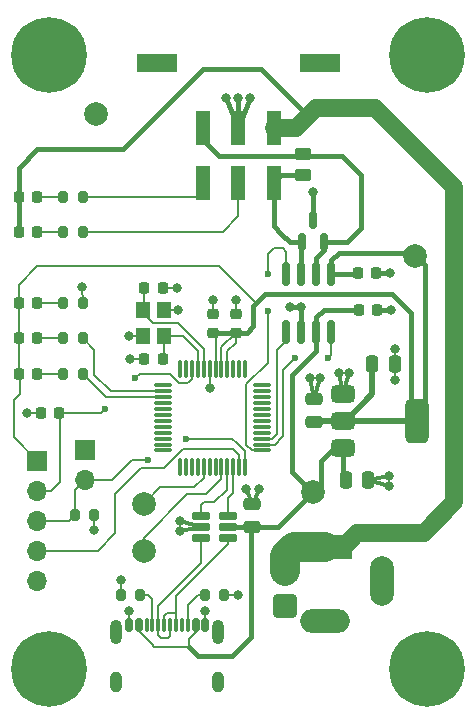
<source format=gbr>
%TF.GenerationSoftware,KiCad,Pcbnew,9.0.0*%
%TF.CreationDate,2025-03-02T18:09:01-08:00*%
%TF.ProjectId,CFS-Bus Adapter R1,4346532d-4275-4732-9041-646170746572,rev?*%
%TF.SameCoordinates,Original*%
%TF.FileFunction,Copper,L1,Top*%
%TF.FilePolarity,Positive*%
%FSLAX46Y46*%
G04 Gerber Fmt 4.6, Leading zero omitted, Abs format (unit mm)*
G04 Created by KiCad (PCBNEW 9.0.0) date 2025-03-02 18:09:01*
%MOMM*%
%LPD*%
G01*
G04 APERTURE LIST*
G04 Aperture macros list*
%AMRoundRect*
0 Rectangle with rounded corners*
0 $1 Rounding radius*
0 $2 $3 $4 $5 $6 $7 $8 $9 X,Y pos of 4 corners*
0 Add a 4 corners polygon primitive as box body*
4,1,4,$2,$3,$4,$5,$6,$7,$8,$9,$2,$3,0*
0 Add four circle primitives for the rounded corners*
1,1,$1+$1,$2,$3*
1,1,$1+$1,$4,$5*
1,1,$1+$1,$6,$7*
1,1,$1+$1,$8,$9*
0 Add four rect primitives between the rounded corners*
20,1,$1+$1,$2,$3,$4,$5,0*
20,1,$1+$1,$4,$5,$6,$7,0*
20,1,$1+$1,$6,$7,$8,$9,0*
20,1,$1+$1,$8,$9,$2,$3,0*%
G04 Aperture macros list end*
%TA.AperFunction,SMDPad,CuDef*%
%ADD10RoundRect,0.375000X-0.625000X-0.375000X0.625000X-0.375000X0.625000X0.375000X-0.625000X0.375000X0*%
%TD*%
%TA.AperFunction,SMDPad,CuDef*%
%ADD11RoundRect,0.500000X-0.500000X-1.400000X0.500000X-1.400000X0.500000X1.400000X-0.500000X1.400000X0*%
%TD*%
%TA.AperFunction,SMDPad,CuDef*%
%ADD12RoundRect,0.250000X0.475000X-0.250000X0.475000X0.250000X-0.475000X0.250000X-0.475000X-0.250000X0*%
%TD*%
%TA.AperFunction,ComponentPad*%
%ADD13C,0.800000*%
%TD*%
%TA.AperFunction,ComponentPad*%
%ADD14C,6.400000*%
%TD*%
%TA.AperFunction,SMDPad,CuDef*%
%ADD15R,1.270000X2.920000*%
%TD*%
%TA.AperFunction,SMDPad,CuDef*%
%ADD16R,3.430000X1.650000*%
%TD*%
%TA.AperFunction,ComponentPad*%
%ADD17R,1.700000X1.700000*%
%TD*%
%TA.AperFunction,ComponentPad*%
%ADD18O,1.700000X1.700000*%
%TD*%
%TA.AperFunction,ComponentPad*%
%ADD19R,4.600000X2.000000*%
%TD*%
%TA.AperFunction,ComponentPad*%
%ADD20O,4.200000X2.000000*%
%TD*%
%TA.AperFunction,ComponentPad*%
%ADD21O,2.000000X4.200000*%
%TD*%
%TA.AperFunction,ComponentPad*%
%ADD22RoundRect,0.333334X0.666666X0.666666X-0.666666X0.666666X-0.666666X-0.666666X0.666666X-0.666666X0*%
%TD*%
%TA.AperFunction,ComponentPad*%
%ADD23C,2.000000*%
%TD*%
%TA.AperFunction,SMDPad,CuDef*%
%ADD24RoundRect,0.250000X0.450000X-0.262500X0.450000X0.262500X-0.450000X0.262500X-0.450000X-0.262500X0*%
%TD*%
%TA.AperFunction,HeatsinkPad*%
%ADD25O,1.000000X1.800000*%
%TD*%
%TA.AperFunction,HeatsinkPad*%
%ADD26O,1.000000X2.100000*%
%TD*%
%TA.AperFunction,SMDPad,CuDef*%
%ADD27RoundRect,0.150000X-0.150000X-0.425000X0.150000X-0.425000X0.150000X0.425000X-0.150000X0.425000X0*%
%TD*%
%TA.AperFunction,SMDPad,CuDef*%
%ADD28RoundRect,0.075000X-0.075000X-0.500000X0.075000X-0.500000X0.075000X0.500000X-0.075000X0.500000X0*%
%TD*%
%TA.AperFunction,SMDPad,CuDef*%
%ADD29RoundRect,0.200000X-0.200000X-0.275000X0.200000X-0.275000X0.200000X0.275000X-0.200000X0.275000X0*%
%TD*%
%TA.AperFunction,SMDPad,CuDef*%
%ADD30RoundRect,0.200000X0.200000X0.275000X-0.200000X0.275000X-0.200000X-0.275000X0.200000X-0.275000X0*%
%TD*%
%TA.AperFunction,SMDPad,CuDef*%
%ADD31RoundRect,0.150000X0.150000X-0.825000X0.150000X0.825000X-0.150000X0.825000X-0.150000X-0.825000X0*%
%TD*%
%TA.AperFunction,SMDPad,CuDef*%
%ADD32RoundRect,0.250000X-0.250000X-0.475000X0.250000X-0.475000X0.250000X0.475000X-0.250000X0.475000X0*%
%TD*%
%TA.AperFunction,SMDPad,CuDef*%
%ADD33RoundRect,0.225000X0.225000X0.250000X-0.225000X0.250000X-0.225000X-0.250000X0.225000X-0.250000X0*%
%TD*%
%TA.AperFunction,SMDPad,CuDef*%
%ADD34R,1.200000X1.400000*%
%TD*%
%TA.AperFunction,SMDPad,CuDef*%
%ADD35RoundRect,0.225000X0.250000X-0.225000X0.250000X0.225000X-0.250000X0.225000X-0.250000X-0.225000X0*%
%TD*%
%TA.AperFunction,SMDPad,CuDef*%
%ADD36RoundRect,0.150000X0.150000X-0.587500X0.150000X0.587500X-0.150000X0.587500X-0.150000X-0.587500X0*%
%TD*%
%TA.AperFunction,SMDPad,CuDef*%
%ADD37RoundRect,0.225000X-0.225000X-0.250000X0.225000X-0.250000X0.225000X0.250000X-0.225000X0.250000X0*%
%TD*%
%TA.AperFunction,SMDPad,CuDef*%
%ADD38RoundRect,0.218750X0.218750X0.256250X-0.218750X0.256250X-0.218750X-0.256250X0.218750X-0.256250X0*%
%TD*%
%TA.AperFunction,SMDPad,CuDef*%
%ADD39RoundRect,0.150000X-0.650000X-0.150000X0.650000X-0.150000X0.650000X0.150000X-0.650000X0.150000X0*%
%TD*%
%TA.AperFunction,SMDPad,CuDef*%
%ADD40RoundRect,0.075000X-0.662500X0.075000X-0.662500X-0.075000X0.662500X-0.075000X0.662500X0.075000X0*%
%TD*%
%TA.AperFunction,SMDPad,CuDef*%
%ADD41RoundRect,0.075000X-0.075000X0.662500X-0.075000X-0.662500X0.075000X-0.662500X0.075000X0.662500X0*%
%TD*%
%TA.AperFunction,ViaPad*%
%ADD42C,0.600000*%
%TD*%
%TA.AperFunction,ViaPad*%
%ADD43C,0.800000*%
%TD*%
%TA.AperFunction,Conductor*%
%ADD44C,0.400000*%
%TD*%
%TA.AperFunction,Conductor*%
%ADD45C,0.500000*%
%TD*%
%TA.AperFunction,Conductor*%
%ADD46C,0.200000*%
%TD*%
%TA.AperFunction,Conductor*%
%ADD47C,0.300000*%
%TD*%
%TA.AperFunction,Conductor*%
%ADD48C,1.500000*%
%TD*%
%TA.AperFunction,Conductor*%
%ADD49C,2.500000*%
%TD*%
G04 APERTURE END LIST*
D10*
%TO.P,U5,1,GND*%
%TO.N,GND*%
X28850000Y27300000D03*
%TO.P,U5,2,VO*%
%TO.N,+3V3*%
X28850000Y25000000D03*
D11*
X35150000Y25000000D03*
D10*
%TO.P,U5,3,VI*%
%TO.N,+5V*%
X28850000Y22700000D03*
%TD*%
D12*
%TO.P,C11,1*%
%TO.N,+3V3*%
X26400000Y24950000D03*
%TO.P,C11,2*%
%TO.N,GND*%
X26400000Y26850000D03*
%TD*%
D13*
%TO.P,H1,1*%
%TO.N,N/C*%
X1600000Y4000000D03*
X2302944Y5697056D03*
X2302944Y2302944D03*
X4000000Y6400000D03*
D14*
X4000000Y4000000D03*
D13*
X4000000Y1600000D03*
X5697056Y5697056D03*
X5697056Y2302944D03*
X6400000Y4000000D03*
%TD*%
%TO.P,H2,1*%
%TO.N,N/C*%
X33600000Y4000000D03*
X34302944Y5697056D03*
X34302944Y2302944D03*
X36000000Y6400000D03*
D14*
X36000000Y4000000D03*
D13*
X36000000Y1600000D03*
X37697056Y5697056D03*
X37697056Y2302944D03*
X38400000Y4000000D03*
%TD*%
%TO.P,H3,1*%
%TO.N,N/C*%
X1600000Y56000000D03*
X2302944Y57697056D03*
X2302944Y54302944D03*
X4000000Y58400000D03*
D14*
X4000000Y56000000D03*
D13*
X4000000Y53600000D03*
X5697056Y57697056D03*
X5697056Y54302944D03*
X6400000Y56000000D03*
%TD*%
%TO.P,H4,1*%
%TO.N,N/C*%
X33600000Y56000000D03*
X34302944Y57697056D03*
X34302944Y54302944D03*
X36000000Y58400000D03*
D14*
X36000000Y56000000D03*
D13*
X36000000Y53600000D03*
X37697056Y57697056D03*
X37697056Y54302944D03*
X38400000Y56000000D03*
%TD*%
D15*
%TO.P,J1,1,Pin_1*%
%TO.N,/RS485-B*%
X17015000Y49815000D03*
%TO.P,J1,2,Pin_2*%
%TO.N,GND*%
X20015000Y49815000D03*
%TO.P,J1,3,Pin_3*%
%TO.N,+24V*%
X23015000Y49815000D03*
%TO.P,J1,4,Pin_4*%
%TO.N,Net-(J1-Pin_4)*%
X17015000Y45185000D03*
%TO.P,J1,5,Pin_5*%
%TO.N,Net-(J1-Pin_5)*%
X20015000Y45185000D03*
%TO.P,J1,6,Pin_6*%
%TO.N,/RS485-A*%
X23015000Y45185000D03*
D16*
%TO.P,J1,MP*%
%TO.N,N/C*%
X13130000Y55285000D03*
X26900000Y55285000D03*
%TD*%
D17*
%TO.P,J2,1,Pin_1*%
%TO.N,+3V3*%
X3000000Y21620000D03*
D18*
%TO.P,J2,2,Pin_2*%
%TO.N,/MCU/NRST*%
X3000000Y19080000D03*
%TO.P,J2,3,Pin_3*%
%TO.N,/MCU/SWCLK*%
X3000000Y16540000D03*
%TO.P,J2,4,Pin_4*%
%TO.N,/MCU/SWDIO*%
X3000000Y14000000D03*
%TO.P,J2,5,Pin_5*%
%TO.N,GND*%
X3000000Y11460000D03*
%TD*%
D19*
%TO.P,J3,1*%
%TO.N,+24V*%
X27350000Y14350000D03*
D20*
%TO.P,J3,2*%
%TO.N,GND*%
X27350000Y8050000D03*
D21*
%TO.P,J3,3*%
X32150000Y11450000D03*
%TD*%
D22*
%TO.P,J4,1,Pin_1*%
%TO.N,GND*%
X24000000Y9320000D03*
D23*
%TO.P,J4,2,Pin_2*%
%TO.N,+24V*%
X24000000Y12320000D03*
%TD*%
D17*
%TO.P,P2,1,P1*%
%TO.N,+3V3*%
X7000000Y22540000D03*
D18*
%TO.P,P2,2,P2*%
%TO.N,/MCU/SWCLK*%
X7000000Y20000000D03*
%TD*%
D24*
%TO.P,R7,1*%
%TO.N,/RS485-A*%
X25500000Y45787500D03*
%TO.P,R7,2*%
%TO.N,/RS485-B*%
X25500000Y47612500D03*
%TD*%
D23*
%TO.P,TP1,1*%
%TO.N,+5V*%
X26300000Y19000000D03*
%TD*%
%TO.P,TP2,1*%
%TO.N,+3V3*%
X35000000Y39000000D03*
%TD*%
%TO.P,TP3,1*%
%TO.N,GND*%
X8000000Y51000000D03*
%TD*%
%TO.P,TP4,1*%
%TO.N,/MCU/RX*%
X12000000Y14000000D03*
%TD*%
%TO.P,TP5,1*%
%TO.N,/MCU/TX*%
X12000000Y18000000D03*
%TD*%
D25*
%TO.P,X1,S1*%
%TO.N,N/C*%
X18320000Y2925000D03*
D26*
X18320000Y7105000D03*
D25*
X9680000Y2925000D03*
D26*
X9680000Y7105000D03*
D27*
%TO.P,X1,B12*%
X10800000Y7680000D03*
%TO.P,X1,B9,VBUS*%
%TO.N,+5V*%
X11600000Y7680000D03*
D28*
%TO.P,X1,B8,SBU2*%
%TO.N,unconnected-(X1-SBU2-PadB8)*%
X12250000Y7680000D03*
%TO.P,X1,B7,DN2*%
%TO.N,/USB_N*%
X13250000Y7680000D03*
%TO.P,X1,B6,DP2*%
%TO.N,/USB_P*%
X14750000Y7680000D03*
%TO.P,X1,B5,CC2*%
%TO.N,Net-(X1-CC2)*%
X15750000Y7680000D03*
D27*
%TO.P,X1,B4,VBUS*%
%TO.N,+5V*%
X16400000Y7680000D03*
%TO.P,X1,B1,GND*%
%TO.N,GND*%
X17200000Y7680000D03*
%TO.P,X1,A12*%
%TO.N,N/C*%
X17200000Y7680000D03*
%TO.P,X1,A9,VBUS*%
%TO.N,+5V*%
X16400000Y7680000D03*
D28*
%TO.P,X1,A8,SBU1*%
%TO.N,unconnected-(X1-SBU1-PadA8)*%
X15250000Y7680000D03*
%TO.P,X1,A7,DN1*%
%TO.N,/USB_N*%
X14250000Y7680000D03*
%TO.P,X1,A6,DP1*%
%TO.N,/USB_P*%
X13750000Y7680000D03*
%TO.P,X1,A5,CC1*%
%TO.N,Net-(X1-CC1)*%
X12750000Y7680000D03*
D27*
%TO.P,X1,A4,VBUS*%
%TO.N,+5V*%
X11600000Y7680000D03*
%TO.P,X1,A1,GND*%
%TO.N,GND*%
X10800000Y7680000D03*
%TD*%
D29*
%TO.P,R3,2*%
%TO.N,GND*%
X18825000Y10300000D03*
%TO.P,R3,1*%
%TO.N,Net-(X1-CC2)*%
X17175000Y10300000D03*
%TD*%
D30*
%TO.P,R4,2*%
%TO.N,GND*%
X10075000Y10300000D03*
%TO.P,R4,1*%
%TO.N,Net-(X1-CC1)*%
X11725000Y10300000D03*
%TD*%
D31*
%TO.P,U3,8,S*%
%TO.N,/MCU/CAN1_S*%
X24095000Y37475000D03*
%TO.P,U3,7,CANH*%
%TO.N,/RS485-A*%
X25365000Y37475000D03*
%TO.P,U3,6,CANL*%
%TO.N,/RS485-B*%
X26635000Y37475000D03*
%TO.P,U3,5,VIO*%
%TO.N,+3V3*%
X27905000Y37475000D03*
%TO.P,U3,4,RXD*%
%TO.N,/MCU/CAN1_RX*%
X27905000Y32525000D03*
%TO.P,U3,3,VCC*%
%TO.N,+5V*%
X26635000Y32525000D03*
%TO.P,U3,2,GND*%
%TO.N,GND*%
X25365000Y32525000D03*
%TO.P,U3,1,TXD*%
%TO.N,/MCU/CAN1_TX*%
X24095000Y32525000D03*
%TD*%
D32*
%TO.P,C6,2*%
%TO.N,GND*%
X31000000Y20000000D03*
%TO.P,C6,1*%
%TO.N,+5V*%
X29100000Y20000000D03*
%TD*%
D29*
%TO.P,R8,2*%
%TO.N,/MCU/LED_TX*%
X6825000Y29000000D03*
%TO.P,R8,1*%
%TO.N,Net-(D4-A)*%
X5175000Y29000000D03*
%TD*%
D33*
%TO.P,C1,2*%
%TO.N,Net-(U1F-PF0{slash}OSC_IN)*%
X12062500Y36250000D03*
%TO.P,C1,1*%
%TO.N,GND*%
X13612500Y36250000D03*
%TD*%
D34*
%TO.P,Y1,4,GND*%
%TO.N,GND*%
X11987500Y32150000D03*
%TO.P,Y1,3,C_{2}*%
%TO.N,Net-(U1F-PF0{slash}OSC_IN)*%
X11987500Y34350000D03*
%TO.P,Y1,2,GND*%
%TO.N,GND*%
X13687500Y34350000D03*
%TO.P,Y1,1,C_{1}*%
%TO.N,Net-(U1F-PF1{slash}OSC_OUT)*%
X13687500Y32150000D03*
%TD*%
D35*
%TO.P,C4,2*%
%TO.N,GND*%
X19837500Y34025000D03*
%TO.P,C4,1*%
%TO.N,+3V3*%
X19837500Y32475000D03*
%TD*%
D29*
%TO.P,R6,2*%
%TO.N,GND*%
X7825000Y17000000D03*
%TO.P,R6,1*%
%TO.N,/MCU/SWCLK*%
X6175000Y17000000D03*
%TD*%
D36*
%TO.P,D6,3,A*%
%TO.N,GND*%
X26350000Y42000000D03*
%TO.P,D6,2,K*%
%TO.N,/RS485-B*%
X27300000Y40125000D03*
%TO.P,D6,1,K*%
%TO.N,/RS485-A*%
X25400000Y40125000D03*
%TD*%
D37*
%TO.P,C9,2*%
%TO.N,GND*%
X31775000Y34400000D03*
%TO.P,C9,1*%
%TO.N,+5V*%
X30225000Y34400000D03*
%TD*%
D38*
%TO.P,D4,2,K*%
%TO.N,+3V3*%
X1425000Y29000000D03*
%TO.P,D4,1,A*%
%TO.N,Net-(D4-A)*%
X3000000Y29000000D03*
%TD*%
D35*
%TO.P,C5,2*%
%TO.N,GND*%
X17837500Y34025000D03*
%TO.P,C5,1*%
%TO.N,+3V3*%
X17837500Y32475000D03*
%TD*%
D29*
%TO.P,R9,2*%
%TO.N,/MCU/LED_RX*%
X6825000Y32000000D03*
%TO.P,R9,1*%
%TO.N,Net-(D5-A)*%
X5175000Y32000000D03*
%TD*%
D33*
%TO.P,C3,2*%
%TO.N,GND*%
X3325000Y25700000D03*
%TO.P,C3,1*%
%TO.N,/MCU/NRST*%
X4875000Y25700000D03*
%TD*%
D12*
%TO.P,C10,2*%
%TO.N,GND*%
X21200000Y17950000D03*
%TO.P,C10,1*%
%TO.N,+5V*%
X21200000Y16050000D03*
%TD*%
D39*
%TO.P,U4,6*%
%TO.N,/MCU/USB_{P}*%
X19150000Y16950000D03*
%TO.P,U4,5,VP*%
%TO.N,+5V*%
X19150000Y16000000D03*
%TO.P,U4,4*%
%TO.N,/USB_P*%
X19150000Y15050000D03*
%TO.P,U4,3*%
%TO.N,/USB_N*%
X16850000Y15050000D03*
%TO.P,U4,2,VN*%
%TO.N,GND*%
X16850000Y16000000D03*
%TO.P,U4,1*%
%TO.N,/MCU/USB_{N}*%
X16850000Y16950000D03*
%TD*%
D32*
%TO.P,C7,2*%
%TO.N,GND*%
X33250000Y29800000D03*
%TO.P,C7,1*%
%TO.N,+3V3*%
X31350000Y29800000D03*
%TD*%
D38*
%TO.P,D1,2,A*%
%TO.N,+24V*%
X1425000Y41000000D03*
%TO.P,D1,1,K*%
%TO.N,Net-(D1-K)*%
X3000000Y41000000D03*
%TD*%
D40*
%TO.P,U1,48,PB9*%
%TO.N,unconnected-(U1B-PB9-Pad48)*%
X22000000Y28000000D03*
%TO.P,U1,47,PB8*%
%TO.N,unconnected-(U1B-PB8-Pad47)*%
X22000000Y27500000D03*
%TO.P,U1,46,PB7*%
%TO.N,unconnected-(U1B-PB7-Pad46)*%
X22000000Y27000000D03*
%TO.P,U1,45,PB6*%
%TO.N,unconnected-(U1B-PB6-Pad45)*%
X22000000Y26500000D03*
%TO.P,U1,44,PB5*%
%TO.N,unconnected-(U1B-PB5-Pad44)*%
X22000000Y26000000D03*
%TO.P,U1,43,PB4*%
%TO.N,unconnected-(U1B-PB4-Pad43)*%
X22000000Y25500000D03*
%TO.P,U1,42,PB3*%
%TO.N,unconnected-(U1B-PB3-Pad42)*%
X22000000Y25000000D03*
%TO.P,U1,41,PD3*%
%TO.N,unconnected-(U1D-PD3-Pad41)*%
X22000000Y24500000D03*
%TO.P,U1,40,PD2*%
%TO.N,unconnected-(U1D-PD2-Pad40)*%
X22000000Y24000000D03*
%TO.P,U1,39,PD1*%
%TO.N,/MCU/CAN1_TX*%
X22000000Y23500000D03*
%TO.P,U1,38,PD0*%
%TO.N,/MCU/CAN1_RX*%
X22000000Y23000000D03*
%TO.P,U1,37,PA15*%
%TO.N,/MCU/CAN1_S*%
X22000000Y22500000D03*
D41*
%TO.P,U1,36,PA14/BOOT0*%
%TO.N,/MCU/SWCLK*%
X20587500Y21087500D03*
%TO.P,U1,35,PA13*%
%TO.N,/MCU/SWDIO*%
X20087500Y21087500D03*
%TO.P,U1,34,PA12[PA10]*%
%TO.N,/MCU/USB_{P}*%
X19587500Y21087500D03*
%TO.P,U1,33,PA11[PA9]*%
%TO.N,/MCU/USB_{N}*%
X19087500Y21087500D03*
%TO.P,U1,32,PA10*%
%TO.N,/MCU/RX*%
X18587500Y21087500D03*
%TO.P,U1,31,PC7*%
%TO.N,unconnected-(U1C-PC7-Pad31)*%
X18087500Y21087500D03*
%TO.P,U1,30,PC6*%
%TO.N,unconnected-(U1C-PC6-Pad30)*%
X17587500Y21087500D03*
%TO.P,U1,29,PA9*%
%TO.N,/MCU/TX*%
X17087500Y21087500D03*
%TO.P,U1,28,PA8*%
%TO.N,unconnected-(U1A-PA8-Pad28)*%
X16587500Y21087500D03*
%TO.P,U1,27,PB15*%
%TO.N,unconnected-(U1B-PB15-Pad27)*%
X16087500Y21087500D03*
%TO.P,U1,26,PB14*%
%TO.N,unconnected-(U1B-PB14-Pad26)*%
X15587500Y21087500D03*
%TO.P,U1,25,PB13*%
%TO.N,unconnected-(U1B-PB13-Pad25)*%
X15087500Y21087500D03*
D40*
%TO.P,U1,24,PB12*%
%TO.N,unconnected-(U1B-PB12-Pad24)*%
X13675000Y22500000D03*
%TO.P,U1,23,PB11*%
%TO.N,unconnected-(U1B-PB11-Pad23)*%
X13675000Y23000000D03*
%TO.P,U1,22,PB10*%
%TO.N,unconnected-(U1B-PB10-Pad22)*%
X13675000Y23500000D03*
%TO.P,U1,21,PB2*%
%TO.N,/MCU/CAN2_S*%
X13675000Y24000000D03*
%TO.P,U1,20,PB1*%
%TO.N,/MCU/CAN2_TX*%
X13675000Y24500000D03*
%TO.P,U1,19,PB0*%
%TO.N,/MCU/CAN2_RX*%
X13675000Y25000000D03*
%TO.P,U1,18,PA7*%
%TO.N,unconnected-(U1A-PA7-Pad18)*%
X13675000Y25500000D03*
%TO.P,U1,17,PA6*%
%TO.N,unconnected-(U1A-PA6-Pad17)*%
X13675000Y26000000D03*
%TO.P,U1,16,PA5*%
%TO.N,unconnected-(U1A-PA5-Pad16)*%
X13675000Y26500000D03*
%TO.P,U1,15,PA4*%
%TO.N,/MCU/LED_TX*%
X13675000Y27000000D03*
%TO.P,U1,14,PA3*%
%TO.N,/MCU/LED_RX*%
X13675000Y27500000D03*
%TO.P,U1,13,PA2*%
%TO.N,unconnected-(U1A-PA2-Pad13)*%
X13675000Y28000000D03*
D41*
%TO.P,U1,12,PA1*%
%TO.N,unconnected-(U1A-PA1-Pad12)*%
X15087500Y29412500D03*
%TO.P,U1,11,PA0*%
%TO.N,unconnected-(U1A-PA0-Pad11)*%
X15587500Y29412500D03*
%TO.P,U1,10,PF2/NRST*%
%TO.N,/MCU/NRST*%
X16087500Y29412500D03*
%TO.P,U1,9,PF1/OSC_OUT*%
%TO.N,Net-(U1F-PF1{slash}OSC_OUT)*%
X16587500Y29412500D03*
%TO.P,U1,8,PF0/OSC_IN*%
%TO.N,Net-(U1F-PF0{slash}OSC_IN)*%
X17087500Y29412500D03*
%TO.P,U1,7,VSS/VSSA*%
%TO.N,GND*%
X17587500Y29412500D03*
%TO.P,U1,6,VDD/VDDA*%
%TO.N,+3V3*%
X18087500Y29412500D03*
%TO.P,U1,5,VREF+*%
X18587500Y29412500D03*
%TO.P,U1,4,VBAT*%
X19087500Y29412500D03*
%TO.P,U1,3,PC15/OSC32_OUT*%
%TO.N,unconnected-(U1C-PC15{slash}OSC32_OUT-Pad3)*%
X19587500Y29412500D03*
%TO.P,U1,2,PC14/OSC32_IN*%
%TO.N,unconnected-(U1C-PC14{slash}OSC32_IN-Pad2)*%
X20087500Y29412500D03*
%TO.P,U1,1,PC13*%
%TO.N,unconnected-(U1C-PC13-Pad1)*%
X20587500Y29412500D03*
%TD*%
D38*
%TO.P,D3,2,K*%
%TO.N,+3V3*%
X1425000Y35000000D03*
%TO.P,D3,1,A*%
%TO.N,Net-(D3-A)*%
X3000000Y35000000D03*
%TD*%
D29*
%TO.P,R2,2*%
%TO.N,Net-(J1-Pin_4)*%
X6825000Y44000000D03*
%TO.P,R2,1*%
%TO.N,Net-(D2-K)*%
X5175000Y44000000D03*
%TD*%
D38*
%TO.P,D2,2,A*%
%TO.N,+24V*%
X1425000Y44000000D03*
%TO.P,D2,1,K*%
%TO.N,Net-(D2-K)*%
X3000000Y44000000D03*
%TD*%
%TO.P,D5,2,K*%
%TO.N,+3V3*%
X1425000Y32000000D03*
%TO.P,D5,1,A*%
%TO.N,Net-(D5-A)*%
X3000000Y32000000D03*
%TD*%
D29*
%TO.P,R1,2*%
%TO.N,Net-(J1-Pin_5)*%
X6825000Y41000000D03*
%TO.P,R1,1*%
%TO.N,Net-(D1-K)*%
X5175000Y41000000D03*
%TD*%
%TO.P,R5,2*%
%TO.N,GND*%
X6825000Y35000000D03*
%TO.P,R5,1*%
%TO.N,Net-(D3-A)*%
X5175000Y35000000D03*
%TD*%
D37*
%TO.P,C8,2*%
%TO.N,GND*%
X31675000Y37500000D03*
%TO.P,C8,1*%
%TO.N,+3V3*%
X30125000Y37500000D03*
%TD*%
%TO.P,C2,2*%
%TO.N,Net-(U1F-PF1{slash}OSC_OUT)*%
X13612500Y30250000D03*
%TO.P,C2,1*%
%TO.N,GND*%
X12062500Y30250000D03*
%TD*%
D42*
%TO.N,GND*%
X14500000Y55700000D03*
X11800000Y55700000D03*
X13200000Y55700000D03*
X11800000Y54800000D03*
X13200000Y54800000D03*
X14500000Y54800000D03*
X28200000Y55700000D03*
X27000000Y55700000D03*
X25500000Y55800000D03*
X25500000Y54800000D03*
X27000000Y54800000D03*
X28200000Y54800000D03*
D43*
X33250000Y28500000D03*
X33250000Y31100000D03*
X26900000Y28600000D03*
X26100000Y28600000D03*
X29350000Y29050000D03*
X28550000Y29050000D03*
X32750000Y19500000D03*
X32750000Y20300000D03*
X17200000Y8880000D03*
X20025000Y10300000D03*
X2125000Y25700000D03*
X10862500Y30250000D03*
X19015000Y52300000D03*
X25365000Y34635000D03*
X14812500Y36250000D03*
X6800000Y36300000D03*
X32875000Y37500000D03*
X19837500Y35225000D03*
X26365000Y44362500D03*
X21800000Y19200000D03*
X20015000Y52300000D03*
X15100000Y15700000D03*
X10075000Y11500000D03*
X7825000Y15800000D03*
X20700000Y19200000D03*
X32975000Y34400000D03*
X10787500Y32150000D03*
X17837500Y35225000D03*
X14887500Y34350000D03*
X15100000Y16500000D03*
X17600000Y27800000D03*
X24365000Y34635000D03*
X10800000Y8880000D03*
X21015000Y52300000D03*
D42*
%TO.N,/MCU/NRST*%
X8700000Y26000000D03*
X11300000Y28600000D03*
%TO.N,/MCU/SWCLK*%
X15600000Y23500000D03*
X12400000Y21700000D03*
%TO.N,/MCU/CAN1_S*%
X22500000Y34290000D03*
X22500000Y37465000D03*
%TO.N,/MCU/CAN1_RX*%
X24800000Y30300000D03*
X27600000Y30300000D03*
%TD*%
D44*
%TO.N,+3V3*%
X35800000Y25650000D02*
X35150000Y25000000D01*
X35800000Y38200000D02*
X35800000Y25650000D01*
X35000000Y39000000D02*
X35800000Y38200000D01*
X34750000Y39250000D02*
X35000000Y39000000D01*
X28500000Y39250000D02*
X34750000Y39250000D01*
X27905000Y38655000D02*
X28500000Y39250000D01*
X27905000Y37475000D02*
X27905000Y38655000D01*
X34600000Y25550000D02*
X35150000Y25000000D01*
X34600000Y34150000D02*
X34600000Y25550000D01*
X33275000Y35475000D02*
X34600000Y34150000D01*
X33275000Y35475000D02*
X33000000Y35750000D01*
D45*
X29100000Y25000000D02*
X28850000Y25000000D01*
X31350000Y27250000D02*
X29100000Y25000000D01*
X31350000Y29800000D02*
X31350000Y27250000D01*
D46*
%TO.N,GND*%
X33250000Y29800000D02*
X33250000Y28500000D01*
X33250000Y29800000D02*
X33250000Y31100000D01*
D45*
%TO.N,+3V3*%
X26450000Y25000000D02*
X26400000Y24950000D01*
X35150000Y25000000D02*
X26450000Y25000000D01*
D47*
%TO.N,GND*%
X26400000Y26850000D02*
X26900000Y28600000D01*
X26400000Y26850000D02*
X26100000Y28600000D01*
D44*
%TO.N,+5V*%
X24600000Y28900000D02*
X26635000Y30935000D01*
X24600000Y20700000D02*
X24600000Y28900000D01*
X26635000Y30935000D02*
X26635000Y32525000D01*
X25350000Y19950000D02*
X24600000Y20700000D01*
D47*
%TO.N,GND*%
X28850000Y27300000D02*
X29350000Y29050000D01*
X28850000Y27300000D02*
X28550000Y29050000D01*
D44*
%TO.N,+5V*%
X28850000Y20250000D02*
X29100000Y20000000D01*
X28850000Y22700000D02*
X28850000Y20250000D01*
X27000000Y19700000D02*
X27000000Y21600000D01*
X26300000Y19000000D02*
X27000000Y19700000D01*
X27000000Y21600000D02*
X28100000Y22700000D01*
X28100000Y22700000D02*
X28850000Y22700000D01*
X25350000Y19950000D02*
X26300000Y19000000D01*
D47*
%TO.N,GND*%
X31000000Y20000000D02*
X32750000Y19500000D01*
X31000000Y20000000D02*
X32750000Y20300000D01*
D48*
%TO.N,+24V*%
X28950000Y14350000D02*
X27350000Y14350000D01*
X38300000Y18100000D02*
X35700000Y15500000D01*
X30100000Y15500000D02*
X28950000Y14350000D01*
X38300000Y44800000D02*
X38300000Y18100000D01*
X35700000Y15500000D02*
X30100000Y15500000D01*
X26600000Y51500000D02*
X31600000Y51500000D01*
X31600000Y51500000D02*
X38300000Y44800000D01*
X25900000Y50800000D02*
X26600000Y51500000D01*
D46*
%TO.N,Net-(X1-CC1)*%
X11725000Y10300000D02*
X12400000Y10300000D01*
X12400000Y10300000D02*
X12750000Y9950000D01*
X12750000Y9950000D02*
X12750000Y7680000D01*
%TO.N,Net-(X1-CC2)*%
X16600000Y10300000D02*
X17175000Y10300000D01*
X15750000Y9450000D02*
X16600000Y10300000D01*
X15750000Y7680000D02*
X15750000Y9450000D01*
%TO.N,+3V3*%
X19837500Y32475000D02*
X18587500Y31225000D01*
X18587500Y31225000D02*
X18587500Y30600000D01*
X19087500Y30887500D02*
X19087500Y30500000D01*
X19837500Y31637500D02*
X19087500Y30887500D01*
X19837500Y32475000D02*
X19837500Y31637500D01*
X19087500Y29412500D02*
X19087500Y30500000D01*
%TO.N,Net-(U1F-PF0{slash}OSC_IN)*%
X11987500Y34350000D02*
X12062500Y34425000D01*
X11987500Y34350000D02*
X11987500Y34148000D01*
X12062500Y34425000D02*
X12062500Y36250000D01*
X12835500Y33300000D02*
X14900000Y33300000D01*
X17087500Y31112500D02*
X17087500Y29412500D01*
X11987500Y34148000D02*
X12835500Y33300000D01*
X14900000Y33300000D02*
X17087500Y31112500D01*
D44*
%TO.N,/RS485-A*%
X23015000Y45185000D02*
X23015000Y41485000D01*
X25365000Y40090000D02*
X25400000Y40125000D01*
X23617500Y45787500D02*
X25500000Y45787500D01*
X24375000Y40125000D02*
X23650000Y40850000D01*
X23015000Y45887500D02*
X23015000Y45185000D01*
X23650000Y40850000D02*
X23000000Y41500000D01*
X25400000Y40125000D02*
X24375000Y40125000D01*
X23015000Y41485000D02*
X23650000Y40850000D01*
X25365000Y37475000D02*
X25365000Y40090000D01*
X23015000Y45185000D02*
X23617500Y45787500D01*
D46*
%TO.N,GND*%
X18825000Y10300000D02*
X20025000Y10300000D01*
X3325000Y25700000D02*
X2125000Y25700000D01*
X10800000Y7680000D02*
X10800000Y8880000D01*
X17200000Y7680000D02*
X17200000Y8880000D01*
D44*
X31775000Y34400000D02*
X32975000Y34400000D01*
X25365000Y34635000D02*
X24365000Y34635000D01*
D46*
X7825000Y15800000D02*
X7825000Y15725000D01*
X10075000Y10300000D02*
X10075000Y11500000D01*
D47*
X16850000Y16000000D02*
X15100000Y15700000D01*
D44*
X25365000Y32525000D02*
X25365000Y34635000D01*
D47*
X16850000Y16000000D02*
X15100000Y16500000D01*
D46*
X13612500Y36250000D02*
X14812500Y36250000D01*
X7825000Y17000000D02*
X7825000Y15800000D01*
X11987500Y32150000D02*
X10787500Y32150000D01*
D44*
X20015000Y49815000D02*
X19015000Y52300000D01*
X20015000Y49815000D02*
X21015000Y52300000D01*
D47*
X21300000Y17900000D02*
X20700000Y19200000D01*
D44*
X26365000Y42800000D02*
X26365000Y44362500D01*
X20015000Y49815000D02*
X20015000Y52300000D01*
D46*
X17837500Y34025000D02*
X17837500Y35225000D01*
D47*
X21800000Y19200000D02*
X21300000Y17900000D01*
D46*
X19837500Y34025000D02*
X19837500Y35225000D01*
X17587500Y29412500D02*
X17587500Y27787500D01*
X6825000Y35000000D02*
X6800000Y36300000D01*
X13687500Y34350000D02*
X14887500Y34350000D01*
X12062500Y30250000D02*
X10862500Y30250000D01*
D44*
X31675000Y37500000D02*
X32875000Y37500000D01*
%TO.N,+24V*%
X1425000Y41000000D02*
X1425000Y46425000D01*
X10215000Y48000000D02*
X6300000Y48000000D01*
D48*
X24915000Y49815000D02*
X25900000Y50800000D01*
D44*
X19800000Y54800000D02*
X17015000Y54800000D01*
X1425000Y46425000D02*
X3000000Y48000000D01*
D49*
X24750000Y14350000D02*
X27350000Y14350000D01*
D44*
X21900000Y54800000D02*
X25900000Y50800000D01*
D48*
X23015000Y49815000D02*
X24915000Y49815000D01*
D44*
X19800000Y54800000D02*
X21900000Y54800000D01*
X3000000Y48000000D02*
X6300000Y48000000D01*
D49*
X24000000Y12320000D02*
X24000000Y13600000D01*
X24000000Y13600000D02*
X24750000Y14350000D01*
D44*
X17015000Y54800000D02*
X10215000Y48000000D01*
%TO.N,/RS485-B*%
X30415000Y45800000D02*
X28815000Y47400000D01*
X17015000Y48800000D02*
X18415000Y47400000D01*
X28815000Y47400000D02*
X27115000Y47400000D01*
X27300000Y40125000D02*
X29225000Y40125000D01*
X30415000Y45800000D02*
X30415000Y43915000D01*
X26635000Y38835000D02*
X27300000Y39500000D01*
X17015000Y49815000D02*
X17015000Y48800000D01*
X27300000Y39500000D02*
X27300000Y40125000D01*
X29225000Y40125000D02*
X30400000Y41300000D01*
X30415000Y43915000D02*
X30400000Y43900000D01*
X30400000Y41300000D02*
X30400000Y43900000D01*
X18415000Y47400000D02*
X27115000Y47400000D01*
X26635000Y37475000D02*
X26635000Y38835000D01*
X30400000Y43900000D02*
X30400000Y45000000D01*
D46*
%TO.N,Net-(U1F-PF1{slash}OSC_OUT)*%
X13612500Y30250000D02*
X13687500Y30325000D01*
X15350000Y32150000D02*
X13687500Y32150000D01*
X16587500Y29412500D02*
X16587500Y30912500D01*
X16587500Y30912500D02*
X15350000Y32150000D01*
X13687500Y30325000D02*
X13687500Y32150000D01*
%TO.N,/MCU/NRST*%
X8400000Y25700000D02*
X4875000Y25700000D01*
X8700000Y26000000D02*
X8400000Y25700000D01*
X15800000Y28300000D02*
X15700000Y28200000D01*
X15000000Y28200000D02*
X14500000Y28700000D01*
X15700000Y28200000D02*
X15300000Y28200000D01*
X16087500Y28587500D02*
X15800000Y28300000D01*
X14200000Y29000000D02*
X12800000Y29000000D01*
X14500000Y28700000D02*
X14200000Y29000000D01*
X3000000Y19080000D02*
X4180000Y19080000D01*
X12800000Y29000000D02*
X11700000Y29000000D01*
X16087500Y29412500D02*
X16087500Y28587500D01*
X4180000Y19080000D02*
X4900000Y19800000D01*
X12700000Y29000000D02*
X12600000Y29000000D01*
X15300000Y28200000D02*
X15000000Y28200000D01*
X4900000Y19800000D02*
X4900000Y25675000D01*
X11700000Y29000000D02*
X11300000Y28600000D01*
X4900000Y25675000D02*
X4875000Y25700000D01*
%TO.N,+3V3*%
X1425000Y35000000D02*
X1425000Y36525000D01*
X1500000Y27250000D02*
X1000000Y26750000D01*
D44*
X30100000Y37475000D02*
X30125000Y37500000D01*
X33000000Y35750000D02*
X22250000Y35750000D01*
D46*
X1000000Y23620000D02*
X3000000Y21620000D01*
X1500000Y28925000D02*
X1500000Y27250000D01*
D44*
X20725000Y32475000D02*
X18750000Y32475000D01*
D46*
X18087500Y30800000D02*
X18087500Y32225000D01*
X18087500Y32225000D02*
X17837500Y32475000D01*
X18087500Y29412500D02*
X18087500Y30800000D01*
X1425000Y35000000D02*
X1425000Y29000000D01*
X3000000Y38100000D02*
X18400000Y38100000D01*
X18400000Y38100000D02*
X21500000Y35000000D01*
X19381250Y32018750D02*
X19837500Y32475000D01*
D44*
X21500000Y35000000D02*
X21250000Y34750000D01*
X17837500Y32475000D02*
X18750000Y32475000D01*
X21250000Y33000000D02*
X20725000Y32475000D01*
X21250000Y34750000D02*
X21250000Y33000000D01*
X22250000Y35750000D02*
X21500000Y35000000D01*
D46*
X1425000Y29000000D02*
X1500000Y28925000D01*
X1425000Y36525000D02*
X3000000Y38100000D01*
X1000000Y26750000D02*
X1000000Y23620000D01*
X18587500Y29412500D02*
X18587500Y30600000D01*
D44*
X18750000Y32475000D02*
X19837500Y32475000D01*
X27905000Y37475000D02*
X30100000Y37475000D01*
%TO.N,+5V*%
X21100000Y16000000D02*
X19150000Y16000000D01*
X26300000Y19000000D02*
X23350000Y16050000D01*
D46*
X12700000Y6100000D02*
X12900000Y5900000D01*
D44*
X15800000Y5900000D02*
X16600000Y5100000D01*
D46*
X12700000Y6100000D02*
X11600000Y7200000D01*
D44*
X23350000Y16050000D02*
X22400000Y16050000D01*
X22400000Y16050000D02*
X21200000Y16050000D01*
X21100000Y6700000D02*
X21100000Y16000000D01*
X16600000Y5100000D02*
X19500000Y5100000D01*
D46*
X12900000Y5900000D02*
X15800000Y5900000D01*
D44*
X30225000Y34400000D02*
X27235000Y34400000D01*
D46*
X16400000Y7100000D02*
X16400000Y7680000D01*
D44*
X26635000Y32525000D02*
X26635000Y33800000D01*
D46*
X11600000Y7200000D02*
X11600000Y7680000D01*
D44*
X23050000Y16050000D02*
X22400000Y16050000D01*
X19500000Y5100000D02*
X21100000Y6700000D01*
X27235000Y34400000D02*
X26635000Y33800000D01*
D46*
X15800000Y6500000D02*
X15800000Y5900000D01*
X15800000Y6500000D02*
X16400000Y7100000D01*
%TO.N,Net-(D1-K)*%
X3000000Y41000000D02*
X5175000Y41000000D01*
%TO.N,Net-(D2-K)*%
X3000000Y44000000D02*
X5175000Y44000000D01*
%TO.N,/MCU/LED_TX*%
X6825000Y29000000D02*
X6825000Y28975000D01*
X6825000Y28975000D02*
X8800000Y27000000D01*
X8800000Y27000000D02*
X13675000Y27000000D01*
%TO.N,/MCU/LED_RX*%
X6825000Y32000000D02*
X7800000Y31025000D01*
X7800000Y31025000D02*
X7800000Y28900000D01*
X7800000Y28900000D02*
X9200000Y27500000D01*
X9200000Y27500000D02*
X13675000Y27500000D01*
%TO.N,/MCU/SWCLK*%
X11000000Y21700000D02*
X9300000Y20000000D01*
X15600000Y23500000D02*
X15500000Y23500000D01*
X20587500Y21087500D02*
X20587500Y22412500D01*
X19900000Y23100000D02*
X19500000Y23500000D01*
X12400000Y21700000D02*
X11000000Y21700000D01*
X6175000Y17000000D02*
X6175000Y19175000D01*
X20587500Y22412500D02*
X19900000Y23100000D01*
X3000000Y16540000D02*
X5715000Y16540000D01*
X6175000Y19175000D02*
X7000000Y20000000D01*
X19500000Y23500000D02*
X15600000Y23500000D01*
X5715000Y16540000D02*
X6175000Y17000000D01*
X9300000Y20000000D02*
X7000000Y20000000D01*
%TO.N,/MCU/CAN1_TX*%
X23300000Y31000000D02*
X23300000Y23900000D01*
X24095000Y31795000D02*
X23300000Y31000000D01*
X23300000Y23900000D02*
X22900000Y23500000D01*
X24095000Y32525000D02*
X24095000Y31795000D01*
X22900000Y23500000D02*
X22000000Y23500000D01*
%TO.N,/MCU/SWDIO*%
X8100000Y14000000D02*
X9600000Y15500000D01*
X3000000Y14000000D02*
X6500000Y14000000D01*
X19800000Y22400000D02*
X19600000Y22600000D01*
X20087500Y21087500D02*
X20087500Y22112500D01*
X15300000Y22600000D02*
X13700000Y21000000D01*
X13700000Y21000000D02*
X13100000Y21000000D01*
X15600000Y22600000D02*
X15300000Y22600000D01*
X13100000Y21000000D02*
X12400000Y21000000D01*
X9600000Y15500000D02*
X9600000Y18800000D01*
X19600000Y22600000D02*
X15600000Y22600000D01*
X11800000Y21000000D02*
X12400000Y21000000D01*
X9600000Y18800000D02*
X11800000Y21000000D01*
X20087500Y22112500D02*
X19800000Y22400000D01*
%TO.N,/MCU/TX*%
X17087500Y21087500D02*
X17087500Y20187500D01*
X13400000Y19400000D02*
X12000000Y18000000D01*
X16300000Y19400000D02*
X13400000Y19400000D01*
X17087500Y20187500D02*
X16300000Y19400000D01*
%TO.N,/MCU/CAN1_S*%
X24095000Y39305000D02*
X24095000Y37475000D01*
X20700000Y28100000D02*
X22500000Y29900000D01*
X22500000Y37465000D02*
X22500000Y39100000D01*
X20700000Y23000000D02*
X20700000Y28100000D01*
X22000000Y22500000D02*
X21200000Y22500000D01*
X23800000Y39600000D02*
X24095000Y39305000D01*
X22500000Y29900000D02*
X22500000Y34290000D01*
X22500000Y39100000D02*
X23000000Y39600000D01*
X21200000Y22500000D02*
X20700000Y23000000D01*
X23000000Y39600000D02*
X23800000Y39600000D01*
%TO.N,/USB_P*%
X14750000Y8700000D02*
X14750000Y10150000D01*
X13750000Y7680000D02*
X13750000Y8450000D01*
X14750000Y7680000D02*
X14750000Y8700000D01*
X19150000Y14550000D02*
X19150000Y15050000D01*
X14000000Y8700000D02*
X14750000Y8700000D01*
X14750000Y10150000D02*
X19150000Y14550000D01*
X13750000Y8450000D02*
X14000000Y8700000D01*
%TO.N,/USB_N*%
X13250000Y9350000D02*
X13250000Y7680000D01*
X14250000Y6750000D02*
X14250000Y7680000D01*
X16850000Y15050000D02*
X16850000Y12950000D01*
X13500000Y6600000D02*
X14100000Y6600000D01*
X13250000Y6850000D02*
X13500000Y6600000D01*
X13250000Y7680000D02*
X13250000Y6850000D01*
X16850000Y12950000D02*
X13250000Y9350000D01*
X14100000Y6600000D02*
X14250000Y6750000D01*
%TO.N,/MCU/CAN1_RX*%
X23700000Y23600000D02*
X23800000Y23700000D01*
X23800000Y24700000D02*
X23800000Y29300000D01*
X27600000Y30300000D02*
X27905000Y30605000D01*
X23100000Y23000000D02*
X23700000Y23600000D01*
X23800000Y23700000D02*
X23800000Y24700000D01*
X23800000Y29300000D02*
X24800000Y30300000D01*
X27905000Y30605000D02*
X27905000Y32525000D01*
X22000000Y23000000D02*
X23100000Y23000000D01*
%TO.N,/MCU/RX*%
X15700000Y18800000D02*
X12000000Y15100000D01*
X18587500Y21087500D02*
X18587500Y20087500D01*
X18587500Y20087500D02*
X17300000Y18800000D01*
X12000000Y15100000D02*
X12000000Y14000000D01*
X17300000Y18800000D02*
X15700000Y18800000D01*
%TO.N,Net-(J1-Pin_5)*%
X18700000Y41000000D02*
X20015000Y42315000D01*
X6825000Y41000000D02*
X18700000Y41000000D01*
X20015000Y42315000D02*
X20015000Y45185000D01*
%TO.N,Net-(J1-Pin_4)*%
X6825000Y44000000D02*
X16615000Y44000000D01*
X16630000Y44800000D02*
X17015000Y45185000D01*
%TO.N,Net-(D3-A)*%
X3000000Y35000000D02*
X5175000Y35000000D01*
%TO.N,Net-(D4-A)*%
X3000000Y29000000D02*
X5175000Y29000000D01*
%TO.N,Net-(D5-A)*%
X3000000Y32000000D02*
X5175000Y32000000D01*
%TO.N,/MCU/USB_{P}*%
X19150000Y16950000D02*
X19150000Y18450000D01*
X19150000Y18450000D02*
X19587500Y18887500D01*
X19587500Y18887500D02*
X19587500Y21087500D01*
%TO.N,/MCU/USB_{N}*%
X16850000Y17850000D02*
X17100000Y18100000D01*
X17100000Y18100000D02*
X18000000Y18100000D01*
X16850000Y16950000D02*
X16850000Y17850000D01*
X18000000Y18100000D02*
X19087500Y19187500D01*
X19087500Y19187500D02*
X19087500Y21087500D01*
%TO.N,/MCU/SWDIO*%
X6500000Y14000000D02*
X8100000Y14000000D01*
%TD*%
M02*

</source>
